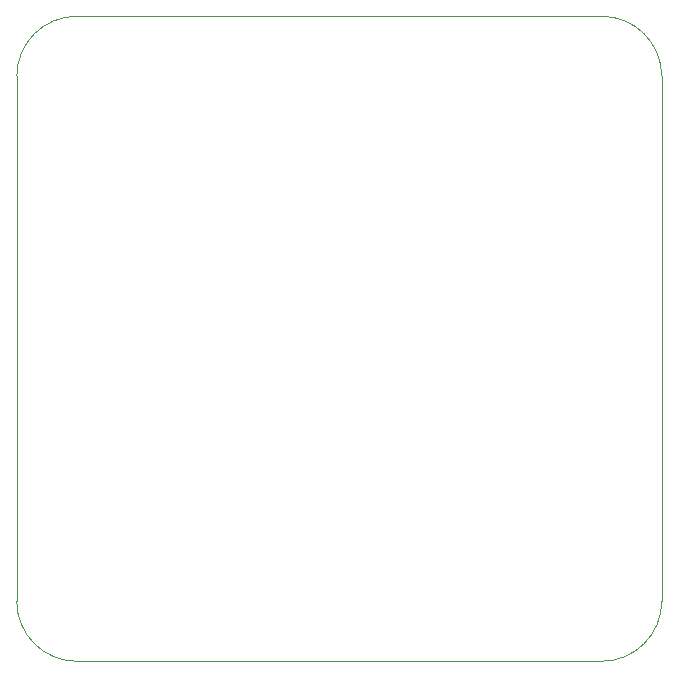
<source format=gbr>
%TF.GenerationSoftware,KiCad,Pcbnew,(5.99.0-12181-g5e8b23af64)*%
%TF.CreationDate,2021-09-04T21:12:43-05:00*%
%TF.ProjectId,banana-base-board,62616e61-6e61-42d6-9261-73652d626f61,rev?*%
%TF.SameCoordinates,Original*%
%TF.FileFunction,Profile,NP*%
%FSLAX46Y46*%
G04 Gerber Fmt 4.6, Leading zero omitted, Abs format (unit mm)*
G04 Created by KiCad (PCBNEW (5.99.0-12181-g5e8b23af64)) date 2021-09-04 21:12:43*
%MOMM*%
%LPD*%
G01*
G04 APERTURE LIST*
%TA.AperFunction,Profile*%
%ADD10C,0.100000*%
%TD*%
G04 APERTURE END LIST*
D10*
X114300000Y-52070000D02*
G75*
G03*
X109220000Y-57150000I0J-5080000D01*
G01*
X114300000Y-52070000D02*
X158750000Y-52070000D01*
X114300000Y-106680000D02*
X158750000Y-106680000D01*
X109220000Y-57150000D02*
X109220000Y-101600000D01*
X114300000Y-106680000D02*
G75*
G02*
X109220000Y-101600000I0J5080000D01*
G01*
X158750000Y-52070000D02*
G75*
G02*
X163830000Y-57150000I0J-5080000D01*
G01*
X163830000Y-57150000D02*
X163830000Y-101600000D01*
X158750000Y-106680000D02*
G75*
G03*
X163830000Y-101600000I0J5080000D01*
G01*
M02*

</source>
